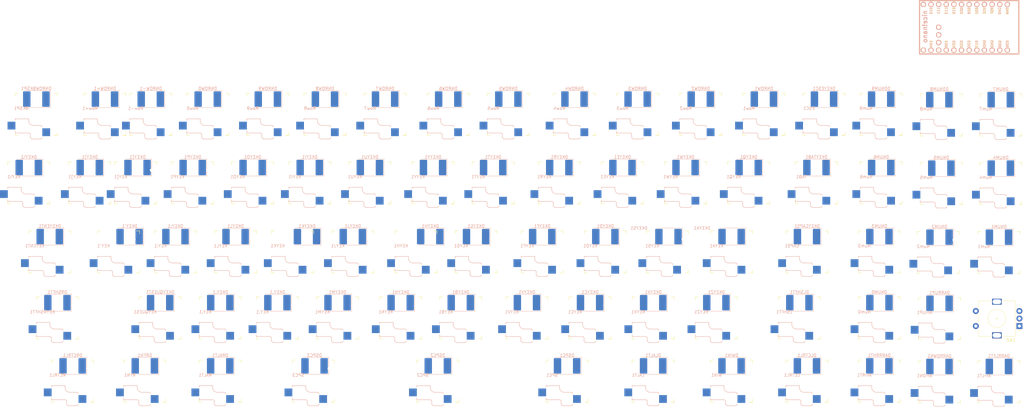
<source format=kicad_pcb>
(kicad_pcb (version 20211014) (generator pcbnew)
  (layers (0 "F.Cu" signal) (31 "B.Cu" signal) (34 "B.Paste" user) (35 "F.Paste" user) (36 "B.SilkS" user "B.Silkscreen") (37 "F.SilkS" user "F.Silkscreen") (38 "B.Mask" user) (39 "F.Mask" user) (44 "Edge.Cuts" user))
  (net 0 "")
  (net 1 "Net-(ArrDN1-Pad2)")
  (net 2 "/Col 1")
  (net 3 "Net-(ArrLT1-Pad2)")
  (net 4 "/Col 0")
  (net 5 "Net-(ArrRT1-Pad2)")
  (net 6 "/Col 2")
  (net 7 "Net-(ArrUP1-Pad2)")
  (net 8 "Net-(BKSP1-Pad2)")
  (net 9 "/Col 16")
  (net 10 "Net-(CAPS1-Pad2)")
  (net 11 "/Col  3")
  (net 12 "/Row 0")
  (net 13 "Net-(DDNUM8-Pad2)")
  (net 14 "/Row 1")
  (net 15 "Net-(DDNUM9-Pad2)")
  (net 16 "/Row 2")
  (net 17 "Net-(DKEY'1-Pad2)")
  (net 18 "/Row 4")
  (net 19 "Net-(DNUM4-Pad2)")
  (net 20 "Net-(DNUM5-Pad2)")
  (net 21 "Net-(DKEY,1-Pad2)")
  (net 22 "/Row 3")
  (net 23 "Net-(DNUM6-Pad2)")
  (net 24 "Net-(DNUM7-Pad2)")
  (net 25 "Net-(DKEY.1-Pad2)")
  (net 26 "Net-(DKEY;1-Pad2)")
  (net 27 "Net-(DKEYA1-Pad2)")
  (net 28 "Net-(DKEYB1-Pad2)")
  (net 29 "Net-(DKEYC1-Pad2)")
  (net 30 "Net-(DKEYD1-Pad2)")
  (net 31 "Net-(DKEYE1-Pad2)")
  (net 32 "Net-(DKEYENT1-Pad2)")
  (net 33 "Net-(DKEYESC1-Pad2)")
  (net 34 "Net-(DKEYF1-Pad2)")
  (net 35 "Net-(DKEYG1-Pad2)")
  (net 36 "Net-(DKEYH1-Pad2)")
  (net 37 "Net-(DKEYI1-Pad2)")
  (net 38 "Net-(DKEYJ1-Pad2)")
  (net 39 "Net-(DKEYK1-Pad2)")
  (net 40 "Net-(DKEYL1-Pad2)")
  (net 41 "Net-(DKEYM1-Pad2)")
  (net 42 "Net-(DKEYN1-Pad2)")
  (net 43 "Net-(DKEYO1-Pad2)")
  (net 44 "Net-(DKEYP1-Pad2)")
  (net 45 "Net-(DKEYQ1-Pad1)")
  (net 46 "Net-(DKEYQUEST1-Pad2)")
  (net 47 "Net-(DKEYR1-Pad2)")
  (net 48 "Net-(DKEYS1-Pad2)")
  (net 49 "Net-(DKEYT1-Pad2)")
  (net 50 "Net-(DKEYTAB1-Pad2)")
  (net 51 "Net-(DKEYU1-Pad2)")
  (net 52 "Net-(DKEYV1-Pad2)")
  (net 53 "Net-(DKEYW1-Pad2)")
  (net 54 "Net-(DKEYX1-Pad2)")
  (net 55 "Net-(DKEYY1-Pad2)")
  (net 56 "Net-(DKEYZ1-Pad2)")
  (net 57 "Net-(DKEY[1-Pad2)")
  (net 58 "Net-(DKEY\\1-Pad2)")
  (net 59 "Net-(DKEY]1-Pad2)")
  (net 60 "Net-(DLALT1-Pad2)")
  (net 61 "Net-(DLCTRL1-Pad2)")
  (net 62 "Net-(DLSHFT1-Pad2)")
  (net 63 "Net-(DNROW-1-Pad2)")
  (net 64 "Net-(DNROW0-Pad2)")
  (net 65 "Net-(DNROW1-Pad2)")
  (net 66 "Net-(DNROW2-Pad2)")
  (net 67 "Net-(DNROW3-Pad2)")
  (net 68 "Net-(DNROW4-Pad2)")
  (net 69 "Net-(DNROW5-Pad2)")
  (net 70 "Net-(DNROW6-Pad2)")
  (net 71 "Net-(DNROW7-Pad2)")
  (net 72 "Net-(DNROW8-Pad2)")
  (net 73 "Net-(DNROW9-Pad2)")
  (net 74 "Net-(DNROW=1-Pad2)")
  (net 75 "Net-(DNUM0-Pad2)")
  (net 76 "Net-(DNUM1-Pad2)")
  (net 77 "Net-(DNUM2-Pad2)")
  (net 78 "Net-(DNUM3-Pad2)")
  (net 79 "Net-(DRALT1-Pad2)")
  (net 80 "Net-(DRCTRL1-Pad2)")
  (net 81 "Net-(DRFN1-Pad2)")
  (net 82 "Net-(DRSHFT1-Pad2)")
  (net 83 "Net-(DSPC1-Pad2)")
  (net 84 "Net-(DSPC2-Pad2)")
  (net 85 "Net-(DSPC3-Pad2)")
  (net 86 "/Col 5")
  (net 87 "/Col 4")
  (net 88 "Net-(DWIN1-Pad2)")
  (net 89 "/Col 6")
  (net 90 "/Col 7")
  (net 91 "/Col 8")
  (net 92 "/Col 9")
  (net 93 "/Col 10")
  (net 94 "/Col 11")
  (net 95 "/Col 12")
  (net 96 "/Col 13")
  (net 97 "/Col 14")
  (net 98 "/Col 15")
  (net 99 "/Enc A")
  (net 100 "/Enc B")
  (net 101 "GND")
  (footprint "keyswitches:Kailh_socket_PG1350" (layer "F.Cu") (at 102.94 98.8)
    (fp_text reference "KEYT1")
    (fp_text value "MX-LED")
  )
  (footprint "keyswitches:Kailh_socket_PG1350" (layer "F.Cu") (at 97.26 121.8)
    (fp_text reference "KEYG1")
    (fp_text value "MX-LED")
  )
  (footprint "keyswitches:Kailh_socket_PG1350" (layer "F.Cu") (at 31.18 143.8)
    (fp_text reference "KEY,1")
    (fp_text value "MX-LED")
  )
  (footprint "keyswitches:Kailh_socket_PG1350" (layer "F.Cu") (at 156.18 143.8)
    (fp_text reference "KEYX1")
    (fp_text value "MX-LED")
  )
  (footprint "keyswitches:Kailh_socket_PG1350" (layer "F.Cu") (at -21.68 121.8)
    (fp_text reference "KEY'1")
    (fp_text value "MX-LED")
  )
  (footprint "keyswitches:Kailh_socket_PG1350" (layer "F.Cu") (at 166.94 98.8)
    (fp_text reference "KEYW1")
    (fp_text value "MX-LED")
  )
  (footprint "keyswitches:Kailh_socket_PG1350" (layer "F.Cu") (at 232 76)
    (fp_text reference "Num9")
    (fp_text value "Num 9")
  )
  (footprint "keyswitches:Kailh_socket_PG1350" (layer "F.Cu") (at 151 76)
    (fp_text reference "Row3")
    (fp_text value "MX-LED")
  )
  (footprint "keyswitches:Kailh_socket_PG1350" (layer "F.Cu") (at 207.34 121.8)
    (fp_text reference "CAPS1")
    (fp_text value "MX-LED")
  )
  (footprint "keyswitches:Kailh_socket_PG1350" (layer "F.Cu") (at 47 76)
    (fp_text reference "Row8")
    (fp_text value "MX-LED")
  )
  (footprint "keyswitches:Kailh_socket_PG1350" (layer "F.Cu") (at 204.8 143.8)
    (fp_text reference "LSHFT1")
    (fp_text value "MX-LED")
  )
  (footprint "keyswitches:Kailh_socket_PG1350" (layer "F.Cu") (at 193 76)
    (fp_text reference "Row1")
    (fp_text value "MX-LED")
  )
  (footprint "keyswitches:Kailh_socket_PG1350" (layer "F.Cu") (at 127.535 164.85)
    (fp_text reference "SPC1")
    (fp_text value "MX-LED")
  )
  (footprint "keyswitches:Kailh_socket_PG1350" (layer "F.Cu") (at 77.26 121.8)
    (fp_text reference "KEYH1")
    (fp_text value "MX-LED")
  )
  (footprint "keyswitches:Kailh_socket_PG1350" (layer "F.Cu") (at -51.52 98.8)
    (fp_text reference "KEY\\1")
    (fp_text value "MX-LED")
  )
  (footprint "keyswitches:Kailh_socket_PG1350" (layer "F.Cu") (at 182.26 121.8)
    (fp_text reference "KEYA1")
    (fp_text value "MX-LED")
  )
  (footprint "keyswitches:Kailh_socket_PG1350" (layer "F.Cu") (at -2.74 121.8)
    (fp_text reference "KEY;1")
    (fp_text value "MX-LED")
  )
  (footprint "keyswitches:Kailh_socket_PG1350" (layer "F.Cu") (at -44.54 121.8)
    (fp_text reference "KEYENT1")
    (fp_text value "MX-LED")
  )
  (footprint "keyswitches:Kailh_socket_PG1350" (layer "F.Cu") (at 140.26 121.8)
    (fp_text reference "KEYD1")
    (fp_text value "MX-LED")
  )
  (footprint "keyswitches:Kailh_socket_PG1350" (layer "F.Cu") (at 252.02 99)
    (fp_text reference "Num5")
    (fp_text value "Num 5")
  )
  (footprint "keyswitches:Kailh_socket_PG1350" (layer "F.Cu") (at 108 76)
    (fp_text reference "Row5")
    (fp_text value "MX-LED")
  )
  (footprint "keyswitches:Kailh_socket_PG1350" (layer "F.Cu") (at 231.42 121.8)
    (fp_text reference "Num3")
    (fp_text value "Num 3")
  )
  (footprint "keyswitches:Kailh_socket_PG1350" (layer "F.Cu") (at 22.94 98.8)
    (fp_text reference "KEYO1")
    (fp_text value "MX-LED")
  )
  (footprint "keyswitches:Kailh_socket_PG1350" (layer "F.Cu") (at 82.94 98.8)
    (fp_text reference "KEYY1")
    (fp_text value "MX-LED")
  )
  (footprint "keyswitches:Kailh_socket_PG1350" (layer "F.Cu") (at 252 76.2)
    (fp_text reference "Num8")
    (fp_text value "Num 8")
  )
  (footprint "keyswitches:Kailh_socket_PG1350" (layer "F.Cu") (at 67 76)
    (fp_text reference "Row7")
    (fp_text value "MX-LED")
  )
  (footprint "keyswitches:Kailh_socket_PG1350" (layer "F.Cu") (at 231.42 143.8)
    (fp_text reference "Num0")
    (fp_text value "Num 0")
  )
  (footprint "keyswitches:Kailh_socket_PG1350" (layer "F.Cu") (at 271.175 165.05)
    (fp_text reference "ArrLT1")
    (fp_text value "Arrow LEFT")
  )
  (footprint "keyswitches:Kailh_socket_PG1350" (layer "F.Cu") (at -31.24 98.8)
    (fp_text reference "KEY]1")
    (fp_text value "MX-LED")
  )
  (footprint "keyswitches:Kailh_socket_PG1350" (layer "F.Cu") (at -12.925 164.85)
    (fp_text reference "RFN1")
    (fp_text value "MX-LED")
  )
  (footprint "keyswitches:Kailh_socket_PG1350" (layer "F.Cu") (at 12.155 164.85)
    (fp_text reference "RALT1")
    (fp_text value "MX-LED")
  )
  (footprint "keyswitches:Kailh_socket_PG1350" (layer "F.Cu") (at 231.395 164.85)
    (fp_text reference "ArrRT1")
    (fp_text value "Arrow RIGHT")
  )
  (footprint "keyswitches:Kailh_socket_PG1350" (layer "F.Cu") (at 72.18 143.8)
    (fp_text reference "KEYN1")
    (fp_text value "MX-LED")
  )
  (footprint "keyswitches:Kailh_socket_PG1350" (layer "F.Cu") (at 119.26 121.8)
    (fp_text reference "KEYF1")
    (fp_text value "MX-LED")
  )
  (footprint "keyswitches:Kailh_socket_PG1350" (layer "F.Cu") (at 28 76)
    (fp_text reference "Row9")
    (fp_text value "MX-LED")
  )
  (footprint "keyswitches:Kailh_socket_PG1350" (layer "F.Cu") (at 213 76)
    (fp_text reference "ESC1")
    (fp_text value "MX-LED")
  )
  (footprint "keyswitches:Kailh_socket_PG1350" (layer "F.Cu") (at -16 98.8)
    (fp_text reference "KEY[1")
    (fp_text value "MX-LED")
  )
  (footprint "keyswitches:Kailh_socket_PG1350" (layer "F.Cu") (at 130 76)
    (fp_text reference "Row4")
    (fp_text value "MX-LED")
  )
  (footprint "keyswitches:Kailh_socket_PG1350" (layer "F.Cu") (at 156.155 164.85)
    (fp_text reference "LALT1")
    (fp_text value "MX-LED")
  )
  (footprint "Rotary_Encoder:RotaryEncoder_Alps_EC11E-Switch_Vertical_H20mm" (layer "F.Cu") (at 278 146.5 180)
    (fp_text reference "SW1")
    (fp_text value "RotaryEncoder")
  )
  (footprint "keyswitches:Kailh_socket_PG1350" (layer "F.Cu") (at 251.42 144)
    (fp_text reference "ArrUP1")
    (fp_text value "Arrow UP")
  )
  (footprint "keyswitches:Kailh_socket_PG1350" (layer "F.Cu") (at -49 76)
    (fp_text reference "BKSP1")
    (fp_text value "MX-LED")
  )
  (footprint "keyswitches:Kailh_socket_PG1350" (layer "F.Cu") (at 135.18 143.8)
    (fp_text reference "KEYC1")
    (fp_text value "MX-LED")
  )
  (footprint "keyswitches:Kailh_socket_PG1350" (layer "F.Cu") (at -36.945 164.85)
    (fp_text reference "RCTRL1")
    (fp_text value "MX-LED")
  )
  (footprint "keyswitches:Kailh_socket_PG1350" (layer "F.Cu") (at 182.235 164.85)
    (fp_text reference "WIN1")
    (fp_text value "MX-LED")
  )
  (footprint "keyswitches:Kailh_socket_PG1350" (layer "F.Cu") (at 8 76)
    (fp_text reference "Row0")
    (fp_text value "MX-LED")
  )
  (footprint "keyswitches:Kailh_socket_PG1350" (layer "F.Cu") (at 12.18 143.8)
    (fp_text reference "KEY.1")
    (fp_text value "MX-LED")
  )
  (footprint "keyswitches:Kailh_socket_PG1350" (layer "F.Cu") (at 232.02 98.8)
    (fp_text reference "Num6")
    (fp_text value "Num 6")
  )
  (footprint "keyswitches:Kailh_socket_PG1350" (layer "F.Cu") (at 177.18 143.8)
    (fp_text reference "KEYZ1")
    (fp_text value "MX-LED")
  )
  (footprint "keyswitches:Kailh_socket_PG1350" (layer "F.Cu") (at -7.82 143.8)
    (fp_text reference "KEYQUES1")
    (fp_text value "MX-LED")
  )
  (footprint "keyswitches:Kailh_socket_PG1350" (layer "F.Cu") (at 88 76)
    (fp_text reference "Row6")
    (fp_text value "MX-LED")
  )
  (footprint "keyswitches:Kailh_socket_PG1350" (layer "F.Cu") (at 43.115 164.85)
    (fp_text reference "SPC3")
    (fp_text value "MX-LED")
  )
  (footprint "keyswitches:Kailh_socket_PG1350" (layer "F.Cu") (at 251 122)
    (fp_text reference "Num2")
    (fp_text value "Num 2")
  )
  (footprint "keyswitches:Kailh_socket_PG1350" (layer "F.Cu") (at 17.26 121.8)
    (fp_text reference "KEYL1")
    (fp_text value "MX-LED")
  )
  (footprint "keyswitches:Kailh_socket_PG1350" (layer "F.Cu") (at 2.94 98.8)
    (fp_text reference "KEYP1")
    (fp_text value "MX-LED")
  )
  (footprint "keyswitches:Kailh_socket_PG1350" (layer "F.Cu") (at 210.48 98.8)
    (fp_text reference "TAB1")
    (fp_text value "MX-LED")
  )
  (footprint "keyswitches:Kailh_socket_PG1350" (layer "F.Cu") (at 51.18 143.8)
    (fp_text reference "KEYM1")
    (fp_text value "MX-LED")
  )
  (footprint "keyswitches:Kailh_socket_PG1350" (layer "F.Cu") (at 41.94 98.8)
    (fp_text reference "KEYI1")
    (fp_text value "MX-LED")
  )
  (footprint "keyswitches:Kailh_socket_PG1350" (layer "F.Cu") (at 36.26 121.8)
    (fp_text reference "KEYK1")
    (fp_text value "MX-LED")
  )
  (footprint "keyswitches:Kailh_socket_PG1350" (layer "F.Cu") (at 84.535 164.85)
    (fp_text reference "SPC2")
    (fp_text value "MX-LED")
  )
  (footprint "keyswitches:Kailh_socket_PG1350" (layer "F.Cu") (at 251.395 165.05)
    (fp_text reference "ArrDN1")
    (fp_text value "Arrow DOWN")
  )
  (footprint "keyswitches:Kailh_socket_PG1350" (layer "F.Cu") (at 56.26 121.8)
    (fp_text reference "KEYJ1")
    (fp_text value "MX-LED")
  )
  (footprint "keyswitches:Kailh_socket_PG1350" (layer "F.Cu") (at 271.78 76.2)
    (fp_text reference "Num7")
    (fp_text value "Num 7")
  )
  (footprint "keyswitches:Kailh_socket_PG1350" (layer "F.Cu") (at 61.94 98.8)
    (fp_text reference "KEYU1")
    (fp_text value "MX-LED")
  )
  (footprint "keyswitches:Kailh_socket_PG1350" (layer "F.Cu") (at 124.94 98.8)
    (fp_text reference "KEYR1")
    (fp_text value "MX-LED")
  )
  (footprint "keyswitches:Kailh_socket_PG1350" (layer "F.Cu") (at 271.2 122)
    (fp_text reference "Num1")
    (fp_text value "Num 1")
  )
  (footprint "keyswitches:Kailh_socket_PG1350" (layer "F.Cu") (at -26.18 76)
    (fp_text reference "Row=1")
    (fp_text value "MX-LED")
  )
  (footprint "keyswitches:Kailh_socket_PG1350" (layer "F.Cu") (at 271.8 99)
    (fp_text reference "Num4")
    (fp_text value "Num 4")
  )
  (footprint "keyswitches:Kailh_socket_PG1350" (layer "F.Cu") (at 92.18 143.8)
    (fp_text reference "KEYB1")
    (fp_text value "MX-LED")
  )
  (footprint "keyswitches:Kailh_socket_PG1350" (layer "F.Cu") (at 145.94 98.8)
    (fp_text reference "KEYE1")
    (fp_text value "MX-LED")
  )
  (footprint "keyswitches:Kailh_socket_PG1350" (layer "F.Cu") (at -42 143.8)
    (fp_text reference "KEYRSHFT1")
    (fp_text value "MX-LED")
  )
  (footprint "keyswitches:Kailh_socket_PG1350" (layer "F.Cu") (at 207.315 164.85)
    (fp_text reference "LCTRL1")
    (fp_text value "MX-LED")
  )
  (footprint "keyswitches:Kailh_socket_PG1350" (layer "F.Cu") (at -10.94 76)
    (fp_text reference "Row-1")
    (fp_text value "MX-LED")
  )
  (footprint "keyswitches:Kailh_socket_PG1350" (layer "F.Cu") (at 114.18 143.8)
    (fp_text reference "KEYV1")
    (fp_text value "MX-LED")
  )
  (footprint "keyswitches:Kailh_socket_PG1350" (layer "F.Cu") (at 172 76)
    (fp_text reference "Row2")
    (fp_text value "MX-LED")
  )
  (footprint "keyswitches:Kailh_socket_PG1350" (layer "F.Cu") (at 160.84 121.8)
    (fp_text reference "KEYS1")
    (fp_text value "MX-LED")
  )
  (footprint "keyswitches:Kailh_socket_PG1350" (layer "F.Cu") (at 187.94 98.8)
    (fp_text reference "KEYQ1")
    (fp_text value "MX-LED")
  )
  (footprint "Diode_SMD:D_3220_8050Metric" (layer "B.Cu") (at 271.8 93.92 180)
    (fp_text reference "DNUM4")
    (fp_text value "D_Small")
  )
  (footprint "Diode_SMD:D_3220_8050Metric" (layer "B.Cu") (at -7.82 138.72 180)
    (fp_text reference "DKEYQUEST1")
    (fp_text value "D_Small")
  )
  (footprint "Diode_SMD:D_3220_8050Metric" (layer "B.Cu") (at 207.34 116.72 180)
    (fp_text reference "DKEYCAPS1")
    (fp_text value "D_Small")
  )
  (footprint "Diode_SMD:D_3220_8050Metric" (layer "B.Cu") (at 161.26 116.72 180)
    (fp_text reference "DKEYS1")
    (fp_text value "D_Small")
  )
  (footprint "Diode_SMD:D_3220_8050Metric" (layer "B.Cu") (at 84.535 159.77 180)
    (fp_text reference "DSPC2")
    (fp_text value "D_Small")
  )
  (footprint "Diode_SMD:D_3220_8050Metric" (layer "B.Cu") (at 251.42 116.92 180)
    (fp_text reference "DNUM2")
    (fp_text value "D_Small")
  )
  (footprint "Diode_SMD:D_3220_8050Metric" (layer "B.Cu") (at 187.94 93.72 180)
    (fp_text reference "DKEYQ1")
    (fp_text value "D_Small")
  )
  (footprint "Diode_SMD:D_3220_8050Metric" (layer "B.Cu") (at 82.02 116.72 180)
    (fp_text reference "DKEYH1")
    (fp_text value "D_Small")
  )
  (footprint "Diode_SMD:D_3220_8050Metric" (layer "B.Cu") (at -51.52 93.72 180)
    (fp_text reference "DKEY\\1")
    (fp_text value "D_Small")
  )
  (footprint "Diode_SMD:D_3220_8050Metric" (layer "B.Cu") (at 56.26 116.72 180)
    (fp_text reference "DKEYJ1")
    (fp_text value "D_Small")
  )
  (footprint "Diode_SMD:D_3220_8050Metric" (layer "B.Cu") (at 231.42 138.72 180)
    (fp_text reference "DNUM0")
    (fp_text value "D_Small")
  )
  (footprint "Diode_SMD:D_3220_8050Metric" (layer "B.Cu") (at 213 70.92 180)
    (fp_text reference "DKEYESC1")
    (fp_text value "D_Small")
  )
  (footprint "Diode_SMD:D_3220_8050Metric" (layer "B.Cu") (at 124.94 93.72 180)
    (fp_text reference "DKEYR1")
    (fp_text value "D_Small")
  )
  (footprint "Diode_SMD:D_3220_8050Metric" (layer "B.Cu") (at 119.26 116.72 180)
    (fp_text reference "DKEYF1")
    (fp_text value "D_Small")
  )
  (footprint "Diode_SMD:D_3220_8050Metric" (layer "B.Cu") (at 140.26 116.72 180)
    (fp_text reference "DKEYD1")
    (fp_text value "D_Small")
  )
  (footprint "Diode_SMD:D_3220_8050Metric" (layer "B.Cu") (at 47 70.92 180)
    (fp_text reference "DNROW8")
    (fp_text value "D_Small")
  )
  (footprint "Diode_SMD:D_3220_8050Metric" (layer "B.Cu") (at 31.18 138.72 180)
    (fp_text reference "DKEY,1")
    (fp_text value "D_Small")
  )
  (footprint "Diode_SMD:D_3220_8050Metric" (layer "B.Cu") (at 114.18 138.72 180)
    (fp_text reference "DKEYV1")
    (fp_text value "D_Small")
  )
  (footprint "Diode_SMD:D_3220_8050Metric" (layer "B.Cu") (at 22.94 93.72 180)
    (fp_text reference "DKEYO1")
    (fp_text value "D_Small")
  )
  (footprint "Diode_SMD:D_3220_8050Metric" (layer "B.Cu") (at 204.8 138.72 180)
    (fp_text reference "DLSHFT1")
    (fp_text value "D_Small")
  )
  (footprint "Diode_SMD:D_3220_8050Metric" (layer "B.Cu") (at 182.26 116.72 180)
    (fp_text reference "DKEYA1")
    (fp_text value "D_Small")
  )
  (footprint "Diode_SMD:D_3220_8050Metric" (layer "B.Cu") (at 127.535 159.77 180)
    (fp_text reference "DSPC1")
    (fp_text value "D_Small")
  )
  (footprint "Diode_SMD:D_3220_8050Metric" (layer "B.Cu") (at 145.94 93.72 180)
    (fp_text reference "DKEYE1")
    (fp_text value "D_Small")
  )
  (footprint "Diode_SMD:D_3220_8050Metric" (layer "B.Cu") (at 17.26 116.72 180)
    (fp_text reference "DKEYL1")
    (fp_text value "D_Small")
  )
  (footprint "Diode_SMD:D_3220_8050Metric" (layer "B.Cu") (at 61.94 93.72 180)
    (fp_text reference "DKEYU1")
    (fp_text value "D_Small")
  )
  (footprint "Diode_SMD:D_3220_8050Metric" (layer "B.Cu") (at 12.18 138.72 180)
    (fp_text reference "DKEY.1")
    (fp_text value "D_Small")
  )
  (footprint "Diode_SMD:D_3220_8050Metric" (layer "B.Cu") (at 271.175 159.97 180)
    (fp_text reference "DARRLFT1")
    (fp_text value "D_Small")
  )
  (footprint "Diode_SMD:D_3220_8050Metric" (layer "B.Cu") (at -12.925 159.77 180)
    (fp_text reference "DRFN1")
    (fp_text value "D_Small")
  )
  (footprint "Diode_SMD:D_3220_8050Metric" (layer "B.Cu") (at 177.18 138.72 180)
    (fp_text reference "DKEYZ1")
    (fp_text value "D_Small")
  )
  (footprint "Diode_SMD:D_3220_8050Metric" (layer "B.Cu") (at 41.02 116.72 180)
    (fp_text reference "DKEYK1")
    (fp_text value "D_Small")
  )
  (footprint "Diode_SMD:D_3220_8050Metric" (layer "B.Cu") (at 97.26 116.72 180)
    (fp_text reference "DKEYG1")
    (fp_text value "D_Small")
  )
  (footprint "Diode_SMD:D_3220_8050Metric" (layer "B.Cu") (at 3 93.72 180)
    (fp_text reference "DKEYP1")
    (fp_text value "D_Small")
  )
  (footprint "Diode_SMD:D_3220_8050Metric" (layer "B.Cu") (at 251.395 159.97 180)
    (fp_text reference "DARRDWN1")
    (fp_text value "D_Small")
  )
  (footprint "Diode_SMD:D_3220_8050Metric" (layer "B.Cu") (at 210.48 93.72 180)
    (fp_text reference "DKEYTAB1")
    (fp_text value "D_Small")
  )
  (footprint "Diode_SMD:D_3220_8050Metric" (layer "B.Cu") (at 135.18 138.72 180)
    (fp_text reference "DKEYC1")
    (fp_text value "D_Small")
  )
  (footprint "Diode_SMD:D_3220_8050Metric" (layer "B.Cu") (at 271.2 116.92 180)
    (fp_text reference "DNUM1")
    (fp_text value "D_Small")
  )
  (footprint "nice-nano-kicad-master:nice_nano" (layer "B.Cu") (at 260.01325 47 180)
    (fp_text reference "U1" hide)
    (fp_text value "nice_nano" hide)
  )
  (footprint "Diode_SMD:D_3220_8050Metric" (layer "B.Cu") (at 8 70.92 180)
    (fp_text reference "DNROW0")
    (fp_text value "D_Small")
  )
  (footprint "Diode_SMD:D_3220_8050Metric" (layer "B.Cu") (at 88 70.92 180)
    (fp_text reference "DNROW6")
    (fp_text value "D_Small")
  )
  (footprint "Diode_SMD:D_3220_8050Metric" (layer "B.Cu") (at -42 138.72 180)
    (fp_text reference "DRSHFT1")
    (fp_text value "D_Small")
  )
  (footprint "Diode_SMD:D_3220_8050Metric" (layer "B.Cu") (at 231.395 159.77 180)
    (fp_text reference "DARRRHT1")
    (fp_text value "D_Small")
  )
  (footprint "Diode_SMD:D_3220_8050Metric" (layer "B.Cu") (at -26.18 70.92 180)
    (fp_text reference "DNROW=1")
    (fp_text value "D_Small")
  )
  (footprint "Diode_SMD:D_3220_8050Metric" (layer "B.Cu") (at 232.02 93.72 180)
    (fp_text reference "DNUM6")
    (fp_text value "D_Small")
  )
  (footprint "Diode_SMD:D_3220_8050Metric" (layer "B.Cu") (at 232 70.92 180)
    (fp_text reference "DDNUM9")
    (fp_text value "D_Small")
  )
  (footprint "Diode_SMD:D_3220_8050Metric" (layer "B.Cu") (at 251.3525 71.12 180)
    (fp_text reference "DDNUM8")
    (fp_text value "D_Small")
  )
  (footprint "Diode_SMD:D_3220_8050Metric" (layer "B.Cu") (at 12.155 159.77 180)
    (fp_text reference "DRALT1")
    (fp_text value "D_Small")
  )
  (footprint "Diode_SMD:D_3220_8050Metric" (layer "B.Cu") (at 182.235 159.77 180)
    (fp_text reference "DWIN1")
    (fp_text value "D_Small")
  )
  (footprint "Diode_SMD:D_3220_8050Metric" (layer "B.Cu") (at 28 70.92 180)
    (fp_text reference "DNROW9")
    (fp_text value "D_Small")
  )
  (footprint "Diode_SMD:D_3220_8050Metric" (layer "B.Cu") (at 51.18 138.72 180)
    (fp_text reference "DKEYM1")
    (fp_text value "D_Small")
  )
  (footprint "Diode_SMD:D_3220_8050Metric" (layer "B.Cu") (at 193 70.92 180)
    (fp_text reference "DNROW1")
    (fp_text value "D_Small")
  )
  (footprint "Diode_SMD:D_3220_8050Metric" (layer "B.Cu") (at -44.54 116.72 180)
    (fp_text reference "DKEYENT1")
    (fp_text value "D_Small")
  )
  (footprint "Diode_SMD:D_3220_8050Metric" (layer "B.Cu") (at -10.94 70.92 180)
    (fp_text reference "DNROW-1")
    (fp_text value "D_Small")
  )
  (footprint "Diode_SMD:D_3220_8050Metric" (layer "B.Cu") (at 151 70.92 180)
    (fp_text reference "DNROW3")
    (fp_text value "D_Small")
  )
  (footprint "Diode_SMD:D_3220_8050Metric" (layer "B.Cu") (at 156.18 138.72 180)
    (fp_text reference "DKEYX1")
    (fp_text value "D_Small")
  )
  (footprint "Diode_SMD:D_3220_8050Metric" (layer "B.Cu") (at 108 70.92 180)
    (fp_text reference "DNROW5")
    (fp_text value "D_Small")
  )
  (footprint "Diode_SMD:D_3220_8050Metric" (layer "B.Cu") (at -2.74 116.72 180)
    (fp_text reference "DKEY;1")
    (fp_text value "D_Small")
  )
  (footprint "Diode_SMD:D_3220_8050Metric" (layer "B.Cu") (at 207.315 159.77 180)
    (fp_text reference "DLCTRL1")
    (fp_text value "D_Small")
  )
  (footprint "Diode_SMD:D_3220_8050Metric" (layer "B.Cu") (at 130 70.92 180)
    (fp_text reference "DNROW4")
    (fp_text value "D_Small")
  )
  (footprint "Diode_SMD:D_3220_8050Metric" (layer "B.Cu") (at 156.155 159.77 180)
    (fp_text reference "DLALT1")
    (fp_text value "D_Small")
  )
  (footprint "Diode_SMD:D_3220_8050Metric" (layer "B.Cu") (at 92.18 138.72 180)
    (fp_text reference "DKEYB1")
    (fp_text value "D_Small")
  )
  (footprint "Diode_SMD:D_3220_8050Metric" (layer "B.Cu") (at 231.42 116.72 180)
    (fp_text reference "DNUM3")
    (fp_text value "D_Small")
  )
  (footprint "Diode_SMD:D_3220_8050Metric" (layer "B.Cu") (at 252.02 93.92 180)
    (fp_text reference "DNUM5")
    (fp_text value "D_Small")
  )
  (footprint "Diode_SMD:D_3220_8050Metric" (layer "B.Cu") (at -36.945 159.77 180)
    (fp_text reference "DRCTRL1")
    (fp_text value "D_Small")
  )
  (footprint "Diode_SMD:D_3220_8050Metric" (layer "B.Cu") (at 166.94 93.72 180)
    (fp_text reference "DKEYW1")
    (fp_text value "D_Small")
  )
  (footprint "Diode_SMD:D_3220_8050Metric" (layer "B.Cu") (at 82.94 93.72 180)
    (fp_text reference "DKEYY1")
    (fp_text value "D_Small")
  )
  (footprint "Diode_SMD:D_3220_8050Metric" (layer "B.Cu") (at -15.3525 93.72 180)
    (fp_text reference "DKEY[1")
    (fp_text value "D_Small")
  )
  (footprint "Diode_SMD:D_3220_8050Metric" (layer "B.Cu") (at 43.535 159.77 180)
    (fp_text reference "DSPC3")
    (fp_text value "D_Small")
  )
  (footprint "Diode_SMD:D_3220_8050Metric" (layer "B.Cu") (at 251.42 138.92 180)
    (fp_text reference "DARRUP1")
    (fp_text value "D_Small")
  )
  (footprint "Diode_SMD:D_3220_8050Metric" (layer "B.Cu") (at 41.94 93.72 180)
    (fp_text reference "DKEYI1")
    (fp_text value "D_Small")
  )
  (footprint "Diode_SMD:D_3220_8050Metric" (layer "B.Cu") (at 72.18 138.72 180)
    (fp_text reference "DKEYN1")
    (fp_text value "D_Small")
  )
  (footprint "Diode_SMD:D_3220_8050Metric" (layer "B.Cu") (at 102.94 93.72 180)
    (fp_text reference "DKEYT1")
    (fp_text value "D_Small")
  )
  (footprint "Diode_SMD:D_3220_8050Metric" (layer "B.Cu") (at -17.98 116.72 180)
    (fp_text reference "DKEY'1")
    (fp_text value "D_Small")
  )
  (footprint "Diode_SMD:D_3220_8050Metric" (layer "B.Cu") (at -49 70.92 180)
    (fp_text reference "DNROWBKSP1")
    (fp_text value "D_Small")
  )
  (footprint "Diode_SMD:D_3220_8050Metric" (layer "B.Cu") (at 271.78 71.12 180)
    (fp_text reference "DNUM7")
    (fp_text value "D_Small")
  )
  (footprint "Diode_SMD:D_3220_8050Metric" (layer "B.Cu") (at -31.24 93.72 180)
    (fp_text reference "DKEY]1")
    (fp_text value "D_Small")
  )
  (footprint "Diode_SMD:D_3220_8050Metric" (layer "B.Cu") (at 67 70.92 180)
    (fp_text reference "DNROW7")
    (fp_text value "D_Small")
  )
  (footprint "Diode_SMD:D_3220_8050Metric" (layer "B.Cu") (at 172 70.92 180)
    (fp_text reference "DNROW2")
    (fp_text value "D_Small")
  )
)
</source>
